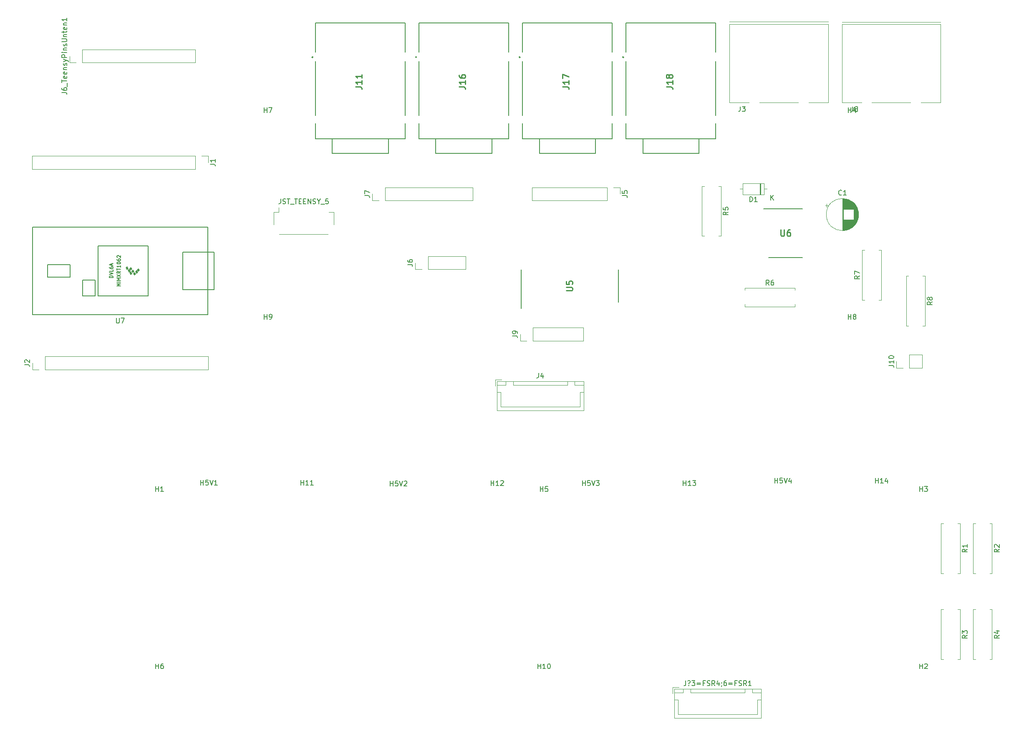
<source format=gbr>
%TF.GenerationSoftware,KiCad,Pcbnew,(6.0.4)*%
%TF.CreationDate,2022-07-25T16:23:06+02:00*%
%TF.ProjectId,MHS_Mobile_Hardware_Sampler_V3,4d48535f-4d6f-4626-996c-655f48617264,rev?*%
%TF.SameCoordinates,Original*%
%TF.FileFunction,Legend,Top*%
%TF.FilePolarity,Positive*%
%FSLAX46Y46*%
G04 Gerber Fmt 4.6, Leading zero omitted, Abs format (unit mm)*
G04 Created by KiCad (PCBNEW (6.0.4)) date 2022-07-25 16:23:06*
%MOMM*%
%LPD*%
G01*
G04 APERTURE LIST*
%ADD10C,0.150000*%
%ADD11C,0.254000*%
%ADD12C,0.100000*%
%ADD13C,0.120000*%
%ADD14C,0.200000*%
G04 APERTURE END LIST*
D10*
%TO.C,H13*%
X149761904Y-112242380D02*
X149761904Y-111242380D01*
X149761904Y-111718571D02*
X150333333Y-111718571D01*
X150333333Y-112242380D02*
X150333333Y-111242380D01*
X151333333Y-112242380D02*
X150761904Y-112242380D01*
X151047619Y-112242380D02*
X151047619Y-111242380D01*
X150952380Y-111385238D01*
X150857142Y-111480476D01*
X150761904Y-111528095D01*
X151666666Y-111242380D02*
X152285714Y-111242380D01*
X151952380Y-111623333D01*
X152095238Y-111623333D01*
X152190476Y-111670952D01*
X152238095Y-111718571D01*
X152285714Y-111813809D01*
X152285714Y-112051904D01*
X152238095Y-112147142D01*
X152190476Y-112194761D01*
X152095238Y-112242380D01*
X151809523Y-112242380D01*
X151714285Y-112194761D01*
X151666666Y-112147142D01*
%TO.C,H14*%
X188761904Y-111742380D02*
X188761904Y-110742380D01*
X188761904Y-111218571D02*
X189333333Y-111218571D01*
X189333333Y-111742380D02*
X189333333Y-110742380D01*
X190333333Y-111742380D02*
X189761904Y-111742380D01*
X190047619Y-111742380D02*
X190047619Y-110742380D01*
X189952380Y-110885238D01*
X189857142Y-110980476D01*
X189761904Y-111028095D01*
X191190476Y-111075714D02*
X191190476Y-111742380D01*
X190952380Y-110694761D02*
X190714285Y-111409047D01*
X191333333Y-111409047D01*
%TO.C,U7*%
X34748095Y-78232380D02*
X34748095Y-79041904D01*
X34795714Y-79137142D01*
X34843333Y-79184761D01*
X34938571Y-79232380D01*
X35129047Y-79232380D01*
X35224285Y-79184761D01*
X35271904Y-79137142D01*
X35319523Y-79041904D01*
X35319523Y-78232380D01*
X35700476Y-78232380D02*
X36367142Y-78232380D01*
X35938571Y-79232380D01*
X35572666Y-71703333D02*
X34872666Y-71703333D01*
X35372666Y-71470000D01*
X34872666Y-71236666D01*
X35572666Y-71236666D01*
X35572666Y-70903333D02*
X34872666Y-70903333D01*
X35572666Y-70570000D02*
X34872666Y-70570000D01*
X35372666Y-70336666D01*
X34872666Y-70103333D01*
X35572666Y-70103333D01*
X34872666Y-69836666D02*
X35572666Y-69370000D01*
X34872666Y-69370000D02*
X35572666Y-69836666D01*
X35572666Y-68703333D02*
X35239333Y-68936666D01*
X35572666Y-69103333D02*
X34872666Y-69103333D01*
X34872666Y-68836666D01*
X34906000Y-68770000D01*
X34939333Y-68736666D01*
X35006000Y-68703333D01*
X35106000Y-68703333D01*
X35172666Y-68736666D01*
X35206000Y-68770000D01*
X35239333Y-68836666D01*
X35239333Y-69103333D01*
X34872666Y-68503333D02*
X34872666Y-68103333D01*
X35572666Y-68303333D02*
X34872666Y-68303333D01*
X35572666Y-67503333D02*
X35572666Y-67903333D01*
X35572666Y-67703333D02*
X34872666Y-67703333D01*
X34972666Y-67770000D01*
X35039333Y-67836666D01*
X35072666Y-67903333D01*
X34872666Y-67070000D02*
X34872666Y-67003333D01*
X34906000Y-66936666D01*
X34939333Y-66903333D01*
X35006000Y-66870000D01*
X35139333Y-66836666D01*
X35306000Y-66836666D01*
X35439333Y-66870000D01*
X35506000Y-66903333D01*
X35539333Y-66936666D01*
X35572666Y-67003333D01*
X35572666Y-67070000D01*
X35539333Y-67136666D01*
X35506000Y-67170000D01*
X35439333Y-67203333D01*
X35306000Y-67236666D01*
X35139333Y-67236666D01*
X35006000Y-67203333D01*
X34939333Y-67170000D01*
X34906000Y-67136666D01*
X34872666Y-67070000D01*
X34872666Y-66236666D02*
X34872666Y-66370000D01*
X34906000Y-66436666D01*
X34939333Y-66470000D01*
X35039333Y-66536666D01*
X35172666Y-66570000D01*
X35439333Y-66570000D01*
X35506000Y-66536666D01*
X35539333Y-66503333D01*
X35572666Y-66436666D01*
X35572666Y-66303333D01*
X35539333Y-66236666D01*
X35506000Y-66203333D01*
X35439333Y-66170000D01*
X35272666Y-66170000D01*
X35206000Y-66203333D01*
X35172666Y-66236666D01*
X35139333Y-66303333D01*
X35139333Y-66436666D01*
X35172666Y-66503333D01*
X35206000Y-66536666D01*
X35272666Y-66570000D01*
X34939333Y-65903333D02*
X34906000Y-65870000D01*
X34872666Y-65803333D01*
X34872666Y-65636666D01*
X34906000Y-65570000D01*
X34939333Y-65536666D01*
X35006000Y-65503333D01*
X35072666Y-65503333D01*
X35172666Y-65536666D01*
X35572666Y-65936666D01*
X35572666Y-65503333D01*
X34048666Y-70020000D02*
X33348666Y-70020000D01*
X33348666Y-69853333D01*
X33382000Y-69753333D01*
X33448666Y-69686666D01*
X33515333Y-69653333D01*
X33648666Y-69620000D01*
X33748666Y-69620000D01*
X33882000Y-69653333D01*
X33948666Y-69686666D01*
X34015333Y-69753333D01*
X34048666Y-69853333D01*
X34048666Y-70020000D01*
X33348666Y-69420000D02*
X34048666Y-69186666D01*
X33348666Y-68953333D01*
X34048666Y-68386666D02*
X34048666Y-68720000D01*
X33348666Y-68720000D01*
X33348666Y-67853333D02*
X33348666Y-67986666D01*
X33382000Y-68053333D01*
X33415333Y-68086666D01*
X33515333Y-68153333D01*
X33648666Y-68186666D01*
X33915333Y-68186666D01*
X33982000Y-68153333D01*
X34015333Y-68120000D01*
X34048666Y-68053333D01*
X34048666Y-67920000D01*
X34015333Y-67853333D01*
X33982000Y-67820000D01*
X33915333Y-67786666D01*
X33748666Y-67786666D01*
X33682000Y-67820000D01*
X33648666Y-67853333D01*
X33615333Y-67920000D01*
X33615333Y-68053333D01*
X33648666Y-68120000D01*
X33682000Y-68153333D01*
X33748666Y-68186666D01*
X33848666Y-67520000D02*
X33848666Y-67186666D01*
X34048666Y-67586666D02*
X33348666Y-67353333D01*
X34048666Y-67120000D01*
%TO.C,H5V1*%
X51833333Y-112142380D02*
X51833333Y-111142380D01*
X51833333Y-111618571D02*
X52404761Y-111618571D01*
X52404761Y-112142380D02*
X52404761Y-111142380D01*
X53357142Y-111142380D02*
X52880952Y-111142380D01*
X52833333Y-111618571D01*
X52880952Y-111570952D01*
X52976190Y-111523333D01*
X53214285Y-111523333D01*
X53309523Y-111570952D01*
X53357142Y-111618571D01*
X53404761Y-111713809D01*
X53404761Y-111951904D01*
X53357142Y-112047142D01*
X53309523Y-112094761D01*
X53214285Y-112142380D01*
X52976190Y-112142380D01*
X52880952Y-112094761D01*
X52833333Y-112047142D01*
X53690476Y-111142380D02*
X54023809Y-112142380D01*
X54357142Y-111142380D01*
X55214285Y-112142380D02*
X54642857Y-112142380D01*
X54928571Y-112142380D02*
X54928571Y-111142380D01*
X54833333Y-111285238D01*
X54738095Y-111380476D01*
X54642857Y-111428095D01*
%TO.C,J6_TeensyPinsUnten1*%
X23697380Y-32404761D02*
X24411666Y-32404761D01*
X24554523Y-32452380D01*
X24649761Y-32547619D01*
X24697380Y-32690476D01*
X24697380Y-32785714D01*
X23697380Y-31500000D02*
X23697380Y-31690476D01*
X23745000Y-31785714D01*
X23792619Y-31833333D01*
X23935476Y-31928571D01*
X24125952Y-31976190D01*
X24506904Y-31976190D01*
X24602142Y-31928571D01*
X24649761Y-31880952D01*
X24697380Y-31785714D01*
X24697380Y-31595238D01*
X24649761Y-31500000D01*
X24602142Y-31452380D01*
X24506904Y-31404761D01*
X24268809Y-31404761D01*
X24173571Y-31452380D01*
X24125952Y-31500000D01*
X24078333Y-31595238D01*
X24078333Y-31785714D01*
X24125952Y-31880952D01*
X24173571Y-31928571D01*
X24268809Y-31976190D01*
X24792619Y-31214285D02*
X24792619Y-30452380D01*
X23697380Y-30357142D02*
X23697380Y-29785714D01*
X24697380Y-30071428D02*
X23697380Y-30071428D01*
X24649761Y-29071428D02*
X24697380Y-29166666D01*
X24697380Y-29357142D01*
X24649761Y-29452380D01*
X24554523Y-29500000D01*
X24173571Y-29500000D01*
X24078333Y-29452380D01*
X24030714Y-29357142D01*
X24030714Y-29166666D01*
X24078333Y-29071428D01*
X24173571Y-29023809D01*
X24268809Y-29023809D01*
X24364047Y-29500000D01*
X24649761Y-28214285D02*
X24697380Y-28309523D01*
X24697380Y-28500000D01*
X24649761Y-28595238D01*
X24554523Y-28642857D01*
X24173571Y-28642857D01*
X24078333Y-28595238D01*
X24030714Y-28500000D01*
X24030714Y-28309523D01*
X24078333Y-28214285D01*
X24173571Y-28166666D01*
X24268809Y-28166666D01*
X24364047Y-28642857D01*
X24030714Y-27738095D02*
X24697380Y-27738095D01*
X24125952Y-27738095D02*
X24078333Y-27690476D01*
X24030714Y-27595238D01*
X24030714Y-27452380D01*
X24078333Y-27357142D01*
X24173571Y-27309523D01*
X24697380Y-27309523D01*
X24649761Y-26880952D02*
X24697380Y-26785714D01*
X24697380Y-26595238D01*
X24649761Y-26500000D01*
X24554523Y-26452380D01*
X24506904Y-26452380D01*
X24411666Y-26500000D01*
X24364047Y-26595238D01*
X24364047Y-26738095D01*
X24316428Y-26833333D01*
X24221190Y-26880952D01*
X24173571Y-26880952D01*
X24078333Y-26833333D01*
X24030714Y-26738095D01*
X24030714Y-26595238D01*
X24078333Y-26500000D01*
X24030714Y-26119047D02*
X24697380Y-25880952D01*
X24030714Y-25642857D02*
X24697380Y-25880952D01*
X24935476Y-25976190D01*
X24983095Y-26023809D01*
X25030714Y-26119047D01*
X24697380Y-25261904D02*
X23697380Y-25261904D01*
X23697380Y-24880952D01*
X23745000Y-24785714D01*
X23792619Y-24738095D01*
X23887857Y-24690476D01*
X24030714Y-24690476D01*
X24125952Y-24738095D01*
X24173571Y-24785714D01*
X24221190Y-24880952D01*
X24221190Y-25261904D01*
X24697380Y-24261904D02*
X24030714Y-24261904D01*
X23697380Y-24261904D02*
X23745000Y-24309523D01*
X23792619Y-24261904D01*
X23745000Y-24214285D01*
X23697380Y-24261904D01*
X23792619Y-24261904D01*
X24030714Y-23785714D02*
X24697380Y-23785714D01*
X24125952Y-23785714D02*
X24078333Y-23738095D01*
X24030714Y-23642857D01*
X24030714Y-23500000D01*
X24078333Y-23404761D01*
X24173571Y-23357142D01*
X24697380Y-23357142D01*
X24649761Y-22928571D02*
X24697380Y-22833333D01*
X24697380Y-22642857D01*
X24649761Y-22547619D01*
X24554523Y-22500000D01*
X24506904Y-22500000D01*
X24411666Y-22547619D01*
X24364047Y-22642857D01*
X24364047Y-22785714D01*
X24316428Y-22880952D01*
X24221190Y-22928571D01*
X24173571Y-22928571D01*
X24078333Y-22880952D01*
X24030714Y-22785714D01*
X24030714Y-22642857D01*
X24078333Y-22547619D01*
X23697380Y-22071428D02*
X24506904Y-22071428D01*
X24602142Y-22023809D01*
X24649761Y-21976190D01*
X24697380Y-21880952D01*
X24697380Y-21690476D01*
X24649761Y-21595238D01*
X24602142Y-21547619D01*
X24506904Y-21500000D01*
X23697380Y-21500000D01*
X24030714Y-21023809D02*
X24697380Y-21023809D01*
X24125952Y-21023809D02*
X24078333Y-20976190D01*
X24030714Y-20880952D01*
X24030714Y-20738095D01*
X24078333Y-20642857D01*
X24173571Y-20595238D01*
X24697380Y-20595238D01*
X24030714Y-20261904D02*
X24030714Y-19880952D01*
X23697380Y-20119047D02*
X24554523Y-20119047D01*
X24649761Y-20071428D01*
X24697380Y-19976190D01*
X24697380Y-19880952D01*
X24649761Y-19166666D02*
X24697380Y-19261904D01*
X24697380Y-19452380D01*
X24649761Y-19547619D01*
X24554523Y-19595238D01*
X24173571Y-19595238D01*
X24078333Y-19547619D01*
X24030714Y-19452380D01*
X24030714Y-19261904D01*
X24078333Y-19166666D01*
X24173571Y-19119047D01*
X24268809Y-19119047D01*
X24364047Y-19595238D01*
X24030714Y-18690476D02*
X24697380Y-18690476D01*
X24125952Y-18690476D02*
X24078333Y-18642857D01*
X24030714Y-18547619D01*
X24030714Y-18404761D01*
X24078333Y-18309523D01*
X24173571Y-18261904D01*
X24697380Y-18261904D01*
X24697380Y-17261904D02*
X24697380Y-17833333D01*
X24697380Y-17547619D02*
X23697380Y-17547619D01*
X23840238Y-17642857D01*
X23935476Y-17738095D01*
X23983095Y-17833333D01*
%TO.C,R4*%
X213872380Y-142666666D02*
X213396190Y-143000000D01*
X213872380Y-143238095D02*
X212872380Y-143238095D01*
X212872380Y-142857142D01*
X212920000Y-142761904D01*
X212967619Y-142714285D01*
X213062857Y-142666666D01*
X213205714Y-142666666D01*
X213300952Y-142714285D01*
X213348571Y-142761904D01*
X213396190Y-142857142D01*
X213396190Y-143238095D01*
X213205714Y-141809523D02*
X213872380Y-141809523D01*
X212824761Y-142047619D02*
X213539047Y-142285714D01*
X213539047Y-141666666D01*
%TO.C,H3*%
X197738095Y-113452380D02*
X197738095Y-112452380D01*
X197738095Y-112928571D02*
X198309523Y-112928571D01*
X198309523Y-113452380D02*
X198309523Y-112452380D01*
X198690476Y-112452380D02*
X199309523Y-112452380D01*
X198976190Y-112833333D01*
X199119047Y-112833333D01*
X199214285Y-112880952D01*
X199261904Y-112928571D01*
X199309523Y-113023809D01*
X199309523Y-113261904D01*
X199261904Y-113357142D01*
X199214285Y-113404761D01*
X199119047Y-113452380D01*
X198833333Y-113452380D01*
X198738095Y-113404761D01*
X198690476Y-113357142D01*
D11*
%TO.C,U6*%
X169532380Y-60294523D02*
X169532380Y-61322619D01*
X169592857Y-61443571D01*
X169653333Y-61504047D01*
X169774285Y-61564523D01*
X170016190Y-61564523D01*
X170137142Y-61504047D01*
X170197619Y-61443571D01*
X170258095Y-61322619D01*
X170258095Y-60294523D01*
X171407142Y-60294523D02*
X171165238Y-60294523D01*
X171044285Y-60355000D01*
X170983809Y-60415476D01*
X170862857Y-60596904D01*
X170802380Y-60838809D01*
X170802380Y-61322619D01*
X170862857Y-61443571D01*
X170923333Y-61504047D01*
X171044285Y-61564523D01*
X171286190Y-61564523D01*
X171407142Y-61504047D01*
X171467619Y-61443571D01*
X171528095Y-61322619D01*
X171528095Y-61020238D01*
X171467619Y-60899285D01*
X171407142Y-60838809D01*
X171286190Y-60778333D01*
X171044285Y-60778333D01*
X170923333Y-60838809D01*
X170862857Y-60899285D01*
X170802380Y-61020238D01*
D10*
%TO.C,J9*%
X115122380Y-81833333D02*
X115836666Y-81833333D01*
X115979523Y-81880952D01*
X116074761Y-81976190D01*
X116122380Y-82119047D01*
X116122380Y-82214285D01*
X116122380Y-81309523D02*
X116122380Y-81119047D01*
X116074761Y-81023809D01*
X116027142Y-80976190D01*
X115884285Y-80880952D01*
X115693809Y-80833333D01*
X115312857Y-80833333D01*
X115217619Y-80880952D01*
X115170000Y-80928571D01*
X115122380Y-81023809D01*
X115122380Y-81214285D01*
X115170000Y-81309523D01*
X115217619Y-81357142D01*
X115312857Y-81404761D01*
X115550952Y-81404761D01*
X115646190Y-81357142D01*
X115693809Y-81309523D01*
X115741428Y-81214285D01*
X115741428Y-81023809D01*
X115693809Y-80928571D01*
X115646190Y-80880952D01*
X115550952Y-80833333D01*
%TO.C,H6*%
X42738095Y-149452380D02*
X42738095Y-148452380D01*
X42738095Y-148928571D02*
X43309523Y-148928571D01*
X43309523Y-149452380D02*
X43309523Y-148452380D01*
X44214285Y-148452380D02*
X44023809Y-148452380D01*
X43928571Y-148500000D01*
X43880952Y-148547619D01*
X43785714Y-148690476D01*
X43738095Y-148880952D01*
X43738095Y-149261904D01*
X43785714Y-149357142D01*
X43833333Y-149404761D01*
X43928571Y-149452380D01*
X44119047Y-149452380D01*
X44214285Y-149404761D01*
X44261904Y-149357142D01*
X44309523Y-149261904D01*
X44309523Y-149023809D01*
X44261904Y-148928571D01*
X44214285Y-148880952D01*
X44119047Y-148833333D01*
X43928571Y-148833333D01*
X43833333Y-148880952D01*
X43785714Y-148928571D01*
X43738095Y-149023809D01*
%TO.C,H2*%
X197738095Y-149452380D02*
X197738095Y-148452380D01*
X197738095Y-148928571D02*
X198309523Y-148928571D01*
X198309523Y-149452380D02*
X198309523Y-148452380D01*
X198738095Y-148547619D02*
X198785714Y-148500000D01*
X198880952Y-148452380D01*
X199119047Y-148452380D01*
X199214285Y-148500000D01*
X199261904Y-148547619D01*
X199309523Y-148642857D01*
X199309523Y-148738095D01*
X199261904Y-148880952D01*
X198690476Y-149452380D01*
X199309523Y-149452380D01*
%TO.C,J4*%
X120416666Y-89402380D02*
X120416666Y-90116666D01*
X120369047Y-90259523D01*
X120273809Y-90354761D01*
X120130952Y-90402380D01*
X120035714Y-90402380D01*
X121321428Y-89735714D02*
X121321428Y-90402380D01*
X121083333Y-89354761D02*
X120845238Y-90069047D01*
X121464285Y-90069047D01*
%TO.C,H12*%
X110761904Y-112242380D02*
X110761904Y-111242380D01*
X110761904Y-111718571D02*
X111333333Y-111718571D01*
X111333333Y-112242380D02*
X111333333Y-111242380D01*
X112333333Y-112242380D02*
X111761904Y-112242380D01*
X112047619Y-112242380D02*
X112047619Y-111242380D01*
X111952380Y-111385238D01*
X111857142Y-111480476D01*
X111761904Y-111528095D01*
X112714285Y-111337619D02*
X112761904Y-111290000D01*
X112857142Y-111242380D01*
X113095238Y-111242380D01*
X113190476Y-111290000D01*
X113238095Y-111337619D01*
X113285714Y-111432857D01*
X113285714Y-111528095D01*
X113238095Y-111670952D01*
X112666666Y-112242380D01*
X113285714Y-112242380D01*
%TO.C,H5V3*%
X129333333Y-112242380D02*
X129333333Y-111242380D01*
X129333333Y-111718571D02*
X129904761Y-111718571D01*
X129904761Y-112242380D02*
X129904761Y-111242380D01*
X130857142Y-111242380D02*
X130380952Y-111242380D01*
X130333333Y-111718571D01*
X130380952Y-111670952D01*
X130476190Y-111623333D01*
X130714285Y-111623333D01*
X130809523Y-111670952D01*
X130857142Y-111718571D01*
X130904761Y-111813809D01*
X130904761Y-112051904D01*
X130857142Y-112147142D01*
X130809523Y-112194761D01*
X130714285Y-112242380D01*
X130476190Y-112242380D01*
X130380952Y-112194761D01*
X130333333Y-112147142D01*
X131190476Y-111242380D02*
X131523809Y-112242380D01*
X131857142Y-111242380D01*
X132095238Y-111242380D02*
X132714285Y-111242380D01*
X132380952Y-111623333D01*
X132523809Y-111623333D01*
X132619047Y-111670952D01*
X132666666Y-111718571D01*
X132714285Y-111813809D01*
X132714285Y-112051904D01*
X132666666Y-112147142D01*
X132619047Y-112194761D01*
X132523809Y-112242380D01*
X132238095Y-112242380D01*
X132142857Y-112194761D01*
X132095238Y-112147142D01*
%TO.C,J5*%
X137407380Y-53333333D02*
X138121666Y-53333333D01*
X138264523Y-53380952D01*
X138359761Y-53476190D01*
X138407380Y-53619047D01*
X138407380Y-53714285D01*
X137407380Y-52380952D02*
X137407380Y-52857142D01*
X137883571Y-52904761D01*
X137835952Y-52857142D01*
X137788333Y-52761904D01*
X137788333Y-52523809D01*
X137835952Y-52428571D01*
X137883571Y-52380952D01*
X137978809Y-52333333D01*
X138216904Y-52333333D01*
X138312142Y-52380952D01*
X138359761Y-52428571D01*
X138407380Y-52523809D01*
X138407380Y-52761904D01*
X138359761Y-52857142D01*
X138312142Y-52904761D01*
%TO.C,H11*%
X72161904Y-112142380D02*
X72161904Y-111142380D01*
X72161904Y-111618571D02*
X72733333Y-111618571D01*
X72733333Y-112142380D02*
X72733333Y-111142380D01*
X73733333Y-112142380D02*
X73161904Y-112142380D01*
X73447619Y-112142380D02*
X73447619Y-111142380D01*
X73352380Y-111285238D01*
X73257142Y-111380476D01*
X73161904Y-111428095D01*
X74685714Y-112142380D02*
X74114285Y-112142380D01*
X74400000Y-112142380D02*
X74400000Y-111142380D01*
X74304761Y-111285238D01*
X74209523Y-111380476D01*
X74114285Y-111428095D01*
%TO.C,JST_TEENSY_5*%
X68083333Y-54002380D02*
X68083333Y-54716666D01*
X68035714Y-54859523D01*
X67940476Y-54954761D01*
X67797619Y-55002380D01*
X67702380Y-55002380D01*
X68511904Y-54954761D02*
X68654761Y-55002380D01*
X68892857Y-55002380D01*
X68988095Y-54954761D01*
X69035714Y-54907142D01*
X69083333Y-54811904D01*
X69083333Y-54716666D01*
X69035714Y-54621428D01*
X68988095Y-54573809D01*
X68892857Y-54526190D01*
X68702380Y-54478571D01*
X68607142Y-54430952D01*
X68559523Y-54383333D01*
X68511904Y-54288095D01*
X68511904Y-54192857D01*
X68559523Y-54097619D01*
X68607142Y-54050000D01*
X68702380Y-54002380D01*
X68940476Y-54002380D01*
X69083333Y-54050000D01*
X69369047Y-54002380D02*
X69940476Y-54002380D01*
X69654761Y-55002380D02*
X69654761Y-54002380D01*
X70035714Y-55097619D02*
X70797619Y-55097619D01*
X70892857Y-54002380D02*
X71464285Y-54002380D01*
X71178571Y-55002380D02*
X71178571Y-54002380D01*
X71797619Y-54478571D02*
X72130952Y-54478571D01*
X72273809Y-55002380D02*
X71797619Y-55002380D01*
X71797619Y-54002380D01*
X72273809Y-54002380D01*
X72702380Y-54478571D02*
X73035714Y-54478571D01*
X73178571Y-55002380D02*
X72702380Y-55002380D01*
X72702380Y-54002380D01*
X73178571Y-54002380D01*
X73607142Y-55002380D02*
X73607142Y-54002380D01*
X74178571Y-55002380D01*
X74178571Y-54002380D01*
X74607142Y-54954761D02*
X74750000Y-55002380D01*
X74988095Y-55002380D01*
X75083333Y-54954761D01*
X75130952Y-54907142D01*
X75178571Y-54811904D01*
X75178571Y-54716666D01*
X75130952Y-54621428D01*
X75083333Y-54573809D01*
X74988095Y-54526190D01*
X74797619Y-54478571D01*
X74702380Y-54430952D01*
X74654761Y-54383333D01*
X74607142Y-54288095D01*
X74607142Y-54192857D01*
X74654761Y-54097619D01*
X74702380Y-54050000D01*
X74797619Y-54002380D01*
X75035714Y-54002380D01*
X75178571Y-54050000D01*
X75797619Y-54526190D02*
X75797619Y-55002380D01*
X75464285Y-54002380D02*
X75797619Y-54526190D01*
X76130952Y-54002380D01*
X76226190Y-55097619D02*
X76988095Y-55097619D01*
X77702380Y-54002380D02*
X77226190Y-54002380D01*
X77178571Y-54478571D01*
X77226190Y-54430952D01*
X77321428Y-54383333D01*
X77559523Y-54383333D01*
X77654761Y-54430952D01*
X77702380Y-54478571D01*
X77750000Y-54573809D01*
X77750000Y-54811904D01*
X77702380Y-54907142D01*
X77654761Y-54954761D01*
X77559523Y-55002380D01*
X77321428Y-55002380D01*
X77226190Y-54954761D01*
X77178571Y-54907142D01*
%TO.C,J10*%
X191462380Y-87819523D02*
X192176666Y-87819523D01*
X192319523Y-87867142D01*
X192414761Y-87962380D01*
X192462380Y-88105238D01*
X192462380Y-88200476D01*
X192462380Y-86819523D02*
X192462380Y-87390952D01*
X192462380Y-87105238D02*
X191462380Y-87105238D01*
X191605238Y-87200476D01*
X191700476Y-87295714D01*
X191748095Y-87390952D01*
X191462380Y-86200476D02*
X191462380Y-86105238D01*
X191510000Y-86010000D01*
X191557619Y-85962380D01*
X191652857Y-85914761D01*
X191843333Y-85867142D01*
X192081428Y-85867142D01*
X192271904Y-85914761D01*
X192367142Y-85962380D01*
X192414761Y-86010000D01*
X192462380Y-86105238D01*
X192462380Y-86200476D01*
X192414761Y-86295714D01*
X192367142Y-86343333D01*
X192271904Y-86390952D01*
X192081428Y-86438571D01*
X191843333Y-86438571D01*
X191652857Y-86390952D01*
X191557619Y-86343333D01*
X191510000Y-86295714D01*
X191462380Y-86200476D01*
%TO.C,R1*%
X207372380Y-125166666D02*
X206896190Y-125500000D01*
X207372380Y-125738095D02*
X206372380Y-125738095D01*
X206372380Y-125357142D01*
X206420000Y-125261904D01*
X206467619Y-125214285D01*
X206562857Y-125166666D01*
X206705714Y-125166666D01*
X206800952Y-125214285D01*
X206848571Y-125261904D01*
X206896190Y-125357142D01*
X206896190Y-125738095D01*
X207372380Y-124214285D02*
X207372380Y-124785714D01*
X207372380Y-124500000D02*
X206372380Y-124500000D01*
X206515238Y-124595238D01*
X206610476Y-124690476D01*
X206658095Y-124785714D01*
%TO.C,H1*%
X42738095Y-113452380D02*
X42738095Y-112452380D01*
X42738095Y-112928571D02*
X43309523Y-112928571D01*
X43309523Y-113452380D02*
X43309523Y-112452380D01*
X44309523Y-113452380D02*
X43738095Y-113452380D01*
X44023809Y-113452380D02*
X44023809Y-112452380D01*
X43928571Y-112595238D01*
X43833333Y-112690476D01*
X43738095Y-112738095D01*
%TO.C,J1*%
X53792380Y-46953333D02*
X54506666Y-46953333D01*
X54649523Y-47000952D01*
X54744761Y-47096190D01*
X54792380Y-47239047D01*
X54792380Y-47334285D01*
X54792380Y-45953333D02*
X54792380Y-46524761D01*
X54792380Y-46239047D02*
X53792380Y-46239047D01*
X53935238Y-46334285D01*
X54030476Y-46429523D01*
X54078095Y-46524761D01*
%TO.C,J8*%
X184136666Y-35269880D02*
X184136666Y-35984166D01*
X184089047Y-36127023D01*
X183993809Y-36222261D01*
X183850952Y-36269880D01*
X183755714Y-36269880D01*
X184755714Y-35698452D02*
X184660476Y-35650833D01*
X184612857Y-35603214D01*
X184565238Y-35507976D01*
X184565238Y-35460357D01*
X184612857Y-35365119D01*
X184660476Y-35317500D01*
X184755714Y-35269880D01*
X184946190Y-35269880D01*
X185041428Y-35317500D01*
X185089047Y-35365119D01*
X185136666Y-35460357D01*
X185136666Y-35507976D01*
X185089047Y-35603214D01*
X185041428Y-35650833D01*
X184946190Y-35698452D01*
X184755714Y-35698452D01*
X184660476Y-35746071D01*
X184612857Y-35793690D01*
X184565238Y-35888928D01*
X184565238Y-36079404D01*
X184612857Y-36174642D01*
X184660476Y-36222261D01*
X184755714Y-36269880D01*
X184946190Y-36269880D01*
X185041428Y-36222261D01*
X185089047Y-36174642D01*
X185136666Y-36079404D01*
X185136666Y-35888928D01*
X185089047Y-35793690D01*
X185041428Y-35746071D01*
X184946190Y-35698452D01*
%TO.C,J?3=FSR4;6=FSR1*%
X150273809Y-151902380D02*
X150273809Y-152616666D01*
X150226190Y-152759523D01*
X150130952Y-152854761D01*
X149988095Y-152902380D01*
X149892857Y-152902380D01*
X150892857Y-152807142D02*
X150940476Y-152854761D01*
X150892857Y-152902380D01*
X150845238Y-152854761D01*
X150892857Y-152807142D01*
X150892857Y-152902380D01*
X150702380Y-151950000D02*
X150797619Y-151902380D01*
X151035714Y-151902380D01*
X151130952Y-151950000D01*
X151178571Y-152045238D01*
X151178571Y-152140476D01*
X151130952Y-152235714D01*
X151083333Y-152283333D01*
X150988095Y-152330952D01*
X150940476Y-152378571D01*
X150892857Y-152473809D01*
X150892857Y-152521428D01*
X151511904Y-151902380D02*
X152130952Y-151902380D01*
X151797619Y-152283333D01*
X151940476Y-152283333D01*
X152035714Y-152330952D01*
X152083333Y-152378571D01*
X152130952Y-152473809D01*
X152130952Y-152711904D01*
X152083333Y-152807142D01*
X152035714Y-152854761D01*
X151940476Y-152902380D01*
X151654761Y-152902380D01*
X151559523Y-152854761D01*
X151511904Y-152807142D01*
X152559523Y-152378571D02*
X153321428Y-152378571D01*
X153321428Y-152664285D02*
X152559523Y-152664285D01*
X154130952Y-152378571D02*
X153797619Y-152378571D01*
X153797619Y-152902380D02*
X153797619Y-151902380D01*
X154273809Y-151902380D01*
X154607142Y-152854761D02*
X154750000Y-152902380D01*
X154988095Y-152902380D01*
X155083333Y-152854761D01*
X155130952Y-152807142D01*
X155178571Y-152711904D01*
X155178571Y-152616666D01*
X155130952Y-152521428D01*
X155083333Y-152473809D01*
X154988095Y-152426190D01*
X154797619Y-152378571D01*
X154702380Y-152330952D01*
X154654761Y-152283333D01*
X154607142Y-152188095D01*
X154607142Y-152092857D01*
X154654761Y-151997619D01*
X154702380Y-151950000D01*
X154797619Y-151902380D01*
X155035714Y-151902380D01*
X155178571Y-151950000D01*
X156178571Y-152902380D02*
X155845238Y-152426190D01*
X155607142Y-152902380D02*
X155607142Y-151902380D01*
X155988095Y-151902380D01*
X156083333Y-151950000D01*
X156130952Y-151997619D01*
X156178571Y-152092857D01*
X156178571Y-152235714D01*
X156130952Y-152330952D01*
X156083333Y-152378571D01*
X155988095Y-152426190D01*
X155607142Y-152426190D01*
X157035714Y-152235714D02*
X157035714Y-152902380D01*
X156797619Y-151854761D02*
X156559523Y-152569047D01*
X157178571Y-152569047D01*
X157607142Y-152854761D02*
X157607142Y-152902380D01*
X157559523Y-152997619D01*
X157511904Y-153045238D01*
X157559523Y-152283333D02*
X157607142Y-152330952D01*
X157559523Y-152378571D01*
X157511904Y-152330952D01*
X157559523Y-152283333D01*
X157559523Y-152378571D01*
X158464285Y-151902380D02*
X158273809Y-151902380D01*
X158178571Y-151950000D01*
X158130952Y-151997619D01*
X158035714Y-152140476D01*
X157988095Y-152330952D01*
X157988095Y-152711904D01*
X158035714Y-152807142D01*
X158083333Y-152854761D01*
X158178571Y-152902380D01*
X158369047Y-152902380D01*
X158464285Y-152854761D01*
X158511904Y-152807142D01*
X158559523Y-152711904D01*
X158559523Y-152473809D01*
X158511904Y-152378571D01*
X158464285Y-152330952D01*
X158369047Y-152283333D01*
X158178571Y-152283333D01*
X158083333Y-152330952D01*
X158035714Y-152378571D01*
X157988095Y-152473809D01*
X158988095Y-152378571D02*
X159750000Y-152378571D01*
X159750000Y-152664285D02*
X158988095Y-152664285D01*
X160559523Y-152378571D02*
X160226190Y-152378571D01*
X160226190Y-152902380D02*
X160226190Y-151902380D01*
X160702380Y-151902380D01*
X161035714Y-152854761D02*
X161178571Y-152902380D01*
X161416666Y-152902380D01*
X161511904Y-152854761D01*
X161559523Y-152807142D01*
X161607142Y-152711904D01*
X161607142Y-152616666D01*
X161559523Y-152521428D01*
X161511904Y-152473809D01*
X161416666Y-152426190D01*
X161226190Y-152378571D01*
X161130952Y-152330952D01*
X161083333Y-152283333D01*
X161035714Y-152188095D01*
X161035714Y-152092857D01*
X161083333Y-151997619D01*
X161130952Y-151950000D01*
X161226190Y-151902380D01*
X161464285Y-151902380D01*
X161607142Y-151950000D01*
X162607142Y-152902380D02*
X162273809Y-152426190D01*
X162035714Y-152902380D02*
X162035714Y-151902380D01*
X162416666Y-151902380D01*
X162511904Y-151950000D01*
X162559523Y-151997619D01*
X162607142Y-152092857D01*
X162607142Y-152235714D01*
X162559523Y-152330952D01*
X162511904Y-152378571D01*
X162416666Y-152426190D01*
X162035714Y-152426190D01*
X163559523Y-152902380D02*
X162988095Y-152902380D01*
X163273809Y-152902380D02*
X163273809Y-151902380D01*
X163178571Y-152045238D01*
X163083333Y-152140476D01*
X162988095Y-152188095D01*
D11*
%TO.C,J17*%
X125303193Y-31214095D02*
X126210336Y-31214095D01*
X126391765Y-31274571D01*
X126512717Y-31395523D01*
X126573193Y-31576952D01*
X126573193Y-31697904D01*
X126573193Y-29944095D02*
X126573193Y-30669809D01*
X126573193Y-30306952D02*
X125303193Y-30306952D01*
X125484622Y-30427904D01*
X125605574Y-30548857D01*
X125666050Y-30669809D01*
X125303193Y-29520761D02*
X125303193Y-28674095D01*
X126573193Y-29218380D01*
D10*
%TO.C,R8*%
X200292380Y-74926666D02*
X199816190Y-75260000D01*
X200292380Y-75498095D02*
X199292380Y-75498095D01*
X199292380Y-75117142D01*
X199340000Y-75021904D01*
X199387619Y-74974285D01*
X199482857Y-74926666D01*
X199625714Y-74926666D01*
X199720952Y-74974285D01*
X199768571Y-75021904D01*
X199816190Y-75117142D01*
X199816190Y-75498095D01*
X199720952Y-74355238D02*
X199673333Y-74450476D01*
X199625714Y-74498095D01*
X199530476Y-74545714D01*
X199482857Y-74545714D01*
X199387619Y-74498095D01*
X199340000Y-74450476D01*
X199292380Y-74355238D01*
X199292380Y-74164761D01*
X199340000Y-74069523D01*
X199387619Y-74021904D01*
X199482857Y-73974285D01*
X199530476Y-73974285D01*
X199625714Y-74021904D01*
X199673333Y-74069523D01*
X199720952Y-74164761D01*
X199720952Y-74355238D01*
X199768571Y-74450476D01*
X199816190Y-74498095D01*
X199911428Y-74545714D01*
X200101904Y-74545714D01*
X200197142Y-74498095D01*
X200244761Y-74450476D01*
X200292380Y-74355238D01*
X200292380Y-74164761D01*
X200244761Y-74069523D01*
X200197142Y-74021904D01*
X200101904Y-73974285D01*
X199911428Y-73974285D01*
X199816190Y-74021904D01*
X199768571Y-74069523D01*
X199720952Y-74164761D01*
D11*
%TO.C,J16*%
X104273193Y-31214095D02*
X105180336Y-31214095D01*
X105361765Y-31274571D01*
X105482717Y-31395523D01*
X105543193Y-31576952D01*
X105543193Y-31697904D01*
X105543193Y-29944095D02*
X105543193Y-30669809D01*
X105543193Y-30306952D02*
X104273193Y-30306952D01*
X104454622Y-30427904D01*
X104575574Y-30548857D01*
X104636050Y-30669809D01*
X104273193Y-28855523D02*
X104273193Y-29097428D01*
X104333670Y-29218380D01*
X104394146Y-29278857D01*
X104575574Y-29399809D01*
X104817479Y-29460285D01*
X105301289Y-29460285D01*
X105422241Y-29399809D01*
X105482717Y-29339333D01*
X105543193Y-29218380D01*
X105543193Y-28976476D01*
X105482717Y-28855523D01*
X105422241Y-28795047D01*
X105301289Y-28734571D01*
X104998908Y-28734571D01*
X104877955Y-28795047D01*
X104817479Y-28855523D01*
X104757003Y-28976476D01*
X104757003Y-29218380D01*
X104817479Y-29339333D01*
X104877955Y-29399809D01*
X104998908Y-29460285D01*
D10*
%TO.C,R3*%
X207372380Y-142666666D02*
X206896190Y-143000000D01*
X207372380Y-143238095D02*
X206372380Y-143238095D01*
X206372380Y-142857142D01*
X206420000Y-142761904D01*
X206467619Y-142714285D01*
X206562857Y-142666666D01*
X206705714Y-142666666D01*
X206800952Y-142714285D01*
X206848571Y-142761904D01*
X206896190Y-142857142D01*
X206896190Y-143238095D01*
X206372380Y-142333333D02*
X206372380Y-141714285D01*
X206753333Y-142047619D01*
X206753333Y-141904761D01*
X206800952Y-141809523D01*
X206848571Y-141761904D01*
X206943809Y-141714285D01*
X207181904Y-141714285D01*
X207277142Y-141761904D01*
X207324761Y-141809523D01*
X207372380Y-141904761D01*
X207372380Y-142190476D01*
X207324761Y-142285714D01*
X207277142Y-142333333D01*
%TO.C,R6*%
X167183333Y-71532380D02*
X166850000Y-71056190D01*
X166611904Y-71532380D02*
X166611904Y-70532380D01*
X166992857Y-70532380D01*
X167088095Y-70580000D01*
X167135714Y-70627619D01*
X167183333Y-70722857D01*
X167183333Y-70865714D01*
X167135714Y-70960952D01*
X167088095Y-71008571D01*
X166992857Y-71056190D01*
X166611904Y-71056190D01*
X168040476Y-70532380D02*
X167850000Y-70532380D01*
X167754761Y-70580000D01*
X167707142Y-70627619D01*
X167611904Y-70770476D01*
X167564285Y-70960952D01*
X167564285Y-71341904D01*
X167611904Y-71437142D01*
X167659523Y-71484761D01*
X167754761Y-71532380D01*
X167945238Y-71532380D01*
X168040476Y-71484761D01*
X168088095Y-71437142D01*
X168135714Y-71341904D01*
X168135714Y-71103809D01*
X168088095Y-71008571D01*
X168040476Y-70960952D01*
X167945238Y-70913333D01*
X167754761Y-70913333D01*
X167659523Y-70960952D01*
X167611904Y-71008571D01*
X167564285Y-71103809D01*
%TO.C,H5V2*%
X90333333Y-112342380D02*
X90333333Y-111342380D01*
X90333333Y-111818571D02*
X90904761Y-111818571D01*
X90904761Y-112342380D02*
X90904761Y-111342380D01*
X91857142Y-111342380D02*
X91380952Y-111342380D01*
X91333333Y-111818571D01*
X91380952Y-111770952D01*
X91476190Y-111723333D01*
X91714285Y-111723333D01*
X91809523Y-111770952D01*
X91857142Y-111818571D01*
X91904761Y-111913809D01*
X91904761Y-112151904D01*
X91857142Y-112247142D01*
X91809523Y-112294761D01*
X91714285Y-112342380D01*
X91476190Y-112342380D01*
X91380952Y-112294761D01*
X91333333Y-112247142D01*
X92190476Y-111342380D02*
X92523809Y-112342380D01*
X92857142Y-111342380D01*
X93142857Y-111437619D02*
X93190476Y-111390000D01*
X93285714Y-111342380D01*
X93523809Y-111342380D01*
X93619047Y-111390000D01*
X93666666Y-111437619D01*
X93714285Y-111532857D01*
X93714285Y-111628095D01*
X93666666Y-111770952D01*
X93095238Y-112342380D01*
X93714285Y-112342380D01*
%TO.C,J6*%
X93822380Y-67333333D02*
X94536666Y-67333333D01*
X94679523Y-67380952D01*
X94774761Y-67476190D01*
X94822380Y-67619047D01*
X94822380Y-67714285D01*
X93822380Y-66428571D02*
X93822380Y-66619047D01*
X93870000Y-66714285D01*
X93917619Y-66761904D01*
X94060476Y-66857142D01*
X94250952Y-66904761D01*
X94631904Y-66904761D01*
X94727142Y-66857142D01*
X94774761Y-66809523D01*
X94822380Y-66714285D01*
X94822380Y-66523809D01*
X94774761Y-66428571D01*
X94727142Y-66380952D01*
X94631904Y-66333333D01*
X94393809Y-66333333D01*
X94298571Y-66380952D01*
X94250952Y-66428571D01*
X94203333Y-66523809D01*
X94203333Y-66714285D01*
X94250952Y-66809523D01*
X94298571Y-66857142D01*
X94393809Y-66904761D01*
%TO.C,J3*%
X161336666Y-35249880D02*
X161336666Y-35964166D01*
X161289047Y-36107023D01*
X161193809Y-36202261D01*
X161050952Y-36249880D01*
X160955714Y-36249880D01*
X161717619Y-35249880D02*
X162336666Y-35249880D01*
X162003333Y-35630833D01*
X162146190Y-35630833D01*
X162241428Y-35678452D01*
X162289047Y-35726071D01*
X162336666Y-35821309D01*
X162336666Y-36059404D01*
X162289047Y-36154642D01*
X162241428Y-36202261D01*
X162146190Y-36249880D01*
X161860476Y-36249880D01*
X161765238Y-36202261D01*
X161717619Y-36154642D01*
%TO.C,H9*%
X64738095Y-78452380D02*
X64738095Y-77452380D01*
X64738095Y-77928571D02*
X65309523Y-77928571D01*
X65309523Y-78452380D02*
X65309523Y-77452380D01*
X65833333Y-78452380D02*
X66023809Y-78452380D01*
X66119047Y-78404761D01*
X66166666Y-78357142D01*
X66261904Y-78214285D01*
X66309523Y-78023809D01*
X66309523Y-77642857D01*
X66261904Y-77547619D01*
X66214285Y-77500000D01*
X66119047Y-77452380D01*
X65928571Y-77452380D01*
X65833333Y-77500000D01*
X65785714Y-77547619D01*
X65738095Y-77642857D01*
X65738095Y-77880952D01*
X65785714Y-77976190D01*
X65833333Y-78023809D01*
X65928571Y-78071428D01*
X66119047Y-78071428D01*
X66214285Y-78023809D01*
X66261904Y-77976190D01*
X66309523Y-77880952D01*
%TO.C,R2*%
X213872380Y-125166666D02*
X213396190Y-125500000D01*
X213872380Y-125738095D02*
X212872380Y-125738095D01*
X212872380Y-125357142D01*
X212920000Y-125261904D01*
X212967619Y-125214285D01*
X213062857Y-125166666D01*
X213205714Y-125166666D01*
X213300952Y-125214285D01*
X213348571Y-125261904D01*
X213396190Y-125357142D01*
X213396190Y-125738095D01*
X212967619Y-124785714D02*
X212920000Y-124738095D01*
X212872380Y-124642857D01*
X212872380Y-124404761D01*
X212920000Y-124309523D01*
X212967619Y-124261904D01*
X213062857Y-124214285D01*
X213158095Y-124214285D01*
X213300952Y-124261904D01*
X213872380Y-124833333D01*
X213872380Y-124214285D01*
%TO.C,C1*%
X181900954Y-53147142D02*
X181853335Y-53194761D01*
X181710478Y-53242380D01*
X181615240Y-53242380D01*
X181472382Y-53194761D01*
X181377144Y-53099523D01*
X181329525Y-53004285D01*
X181281906Y-52813809D01*
X181281906Y-52670952D01*
X181329525Y-52480476D01*
X181377144Y-52385238D01*
X181472382Y-52290000D01*
X181615240Y-52242380D01*
X181710478Y-52242380D01*
X181853335Y-52290000D01*
X181900954Y-52337619D01*
X182853335Y-53242380D02*
X182281906Y-53242380D01*
X182567621Y-53242380D02*
X182567621Y-52242380D01*
X182472382Y-52385238D01*
X182377144Y-52480476D01*
X182281906Y-52528095D01*
%TO.C,J7*%
X85112380Y-53333333D02*
X85826666Y-53333333D01*
X85969523Y-53380952D01*
X86064761Y-53476190D01*
X86112380Y-53619047D01*
X86112380Y-53714285D01*
X85112380Y-52952380D02*
X85112380Y-52285714D01*
X86112380Y-52714285D01*
D11*
%TO.C,J18*%
X146303193Y-31214095D02*
X147210336Y-31214095D01*
X147391765Y-31274571D01*
X147512717Y-31395523D01*
X147573193Y-31576952D01*
X147573193Y-31697904D01*
X147573193Y-29944095D02*
X147573193Y-30669809D01*
X147573193Y-30306952D02*
X146303193Y-30306952D01*
X146484622Y-30427904D01*
X146605574Y-30548857D01*
X146666050Y-30669809D01*
X146847479Y-29218380D02*
X146787003Y-29339333D01*
X146726527Y-29399809D01*
X146605574Y-29460285D01*
X146545098Y-29460285D01*
X146424146Y-29399809D01*
X146363670Y-29339333D01*
X146303193Y-29218380D01*
X146303193Y-28976476D01*
X146363670Y-28855523D01*
X146424146Y-28795047D01*
X146545098Y-28734571D01*
X146605574Y-28734571D01*
X146726527Y-28795047D01*
X146787003Y-28855523D01*
X146847479Y-28976476D01*
X146847479Y-29218380D01*
X146907955Y-29339333D01*
X146968431Y-29399809D01*
X147089384Y-29460285D01*
X147331289Y-29460285D01*
X147452241Y-29399809D01*
X147512717Y-29339333D01*
X147573193Y-29218380D01*
X147573193Y-28976476D01*
X147512717Y-28855523D01*
X147452241Y-28795047D01*
X147331289Y-28734571D01*
X147089384Y-28734571D01*
X146968431Y-28795047D01*
X146907955Y-28855523D01*
X146847479Y-28976476D01*
D10*
%TO.C,H4*%
X183238095Y-36452380D02*
X183238095Y-35452380D01*
X183238095Y-35928571D02*
X183809523Y-35928571D01*
X183809523Y-36452380D02*
X183809523Y-35452380D01*
X184714285Y-35785714D02*
X184714285Y-36452380D01*
X184476190Y-35404761D02*
X184238095Y-36119047D01*
X184857142Y-36119047D01*
%TO.C,R7*%
X185532380Y-69666666D02*
X185056190Y-70000000D01*
X185532380Y-70238095D02*
X184532380Y-70238095D01*
X184532380Y-69857142D01*
X184580000Y-69761904D01*
X184627619Y-69714285D01*
X184722857Y-69666666D01*
X184865714Y-69666666D01*
X184960952Y-69714285D01*
X185008571Y-69761904D01*
X185056190Y-69857142D01*
X185056190Y-70238095D01*
X184532380Y-69333333D02*
X184532380Y-68666666D01*
X185532380Y-69095238D01*
%TO.C,H8*%
X183238095Y-78452380D02*
X183238095Y-77452380D01*
X183238095Y-77928571D02*
X183809523Y-77928571D01*
X183809523Y-78452380D02*
X183809523Y-77452380D01*
X184428571Y-77880952D02*
X184333333Y-77833333D01*
X184285714Y-77785714D01*
X184238095Y-77690476D01*
X184238095Y-77642857D01*
X184285714Y-77547619D01*
X184333333Y-77500000D01*
X184428571Y-77452380D01*
X184619047Y-77452380D01*
X184714285Y-77500000D01*
X184761904Y-77547619D01*
X184809523Y-77642857D01*
X184809523Y-77690476D01*
X184761904Y-77785714D01*
X184714285Y-77833333D01*
X184619047Y-77880952D01*
X184428571Y-77880952D01*
X184333333Y-77928571D01*
X184285714Y-77976190D01*
X184238095Y-78071428D01*
X184238095Y-78261904D01*
X184285714Y-78357142D01*
X184333333Y-78404761D01*
X184428571Y-78452380D01*
X184619047Y-78452380D01*
X184714285Y-78404761D01*
X184761904Y-78357142D01*
X184809523Y-78261904D01*
X184809523Y-78071428D01*
X184761904Y-77976190D01*
X184714285Y-77928571D01*
X184619047Y-77880952D01*
%TO.C,D1*%
X163261904Y-54562380D02*
X163261904Y-53562380D01*
X163500000Y-53562380D01*
X163642857Y-53610000D01*
X163738095Y-53705238D01*
X163785714Y-53800476D01*
X163833333Y-53990952D01*
X163833333Y-54133809D01*
X163785714Y-54324285D01*
X163738095Y-54419523D01*
X163642857Y-54514761D01*
X163500000Y-54562380D01*
X163261904Y-54562380D01*
X164785714Y-54562380D02*
X164214285Y-54562380D01*
X164500000Y-54562380D02*
X164500000Y-53562380D01*
X164404761Y-53705238D01*
X164309523Y-53800476D01*
X164214285Y-53848095D01*
X167548095Y-54242380D02*
X167548095Y-53242380D01*
X168119523Y-54242380D02*
X167690952Y-53670952D01*
X168119523Y-53242380D02*
X167548095Y-53813809D01*
%TO.C,H10*%
X120261904Y-149452380D02*
X120261904Y-148452380D01*
X120261904Y-148928571D02*
X120833333Y-148928571D01*
X120833333Y-149452380D02*
X120833333Y-148452380D01*
X121833333Y-149452380D02*
X121261904Y-149452380D01*
X121547619Y-149452380D02*
X121547619Y-148452380D01*
X121452380Y-148595238D01*
X121357142Y-148690476D01*
X121261904Y-148738095D01*
X122452380Y-148452380D02*
X122547619Y-148452380D01*
X122642857Y-148500000D01*
X122690476Y-148547619D01*
X122738095Y-148642857D01*
X122785714Y-148833333D01*
X122785714Y-149071428D01*
X122738095Y-149261904D01*
X122690476Y-149357142D01*
X122642857Y-149404761D01*
X122547619Y-149452380D01*
X122452380Y-149452380D01*
X122357142Y-149404761D01*
X122309523Y-149357142D01*
X122261904Y-149261904D01*
X122214285Y-149071428D01*
X122214285Y-148833333D01*
X122261904Y-148642857D01*
X122309523Y-148547619D01*
X122357142Y-148500000D01*
X122452380Y-148452380D01*
%TO.C,H7*%
X64738095Y-36452380D02*
X64738095Y-35452380D01*
X64738095Y-35928571D02*
X65309523Y-35928571D01*
X65309523Y-36452380D02*
X65309523Y-35452380D01*
X65690476Y-35452380D02*
X66357142Y-35452380D01*
X65928571Y-36452380D01*
%TO.C,H5V4*%
X168333333Y-111742380D02*
X168333333Y-110742380D01*
X168333333Y-111218571D02*
X168904761Y-111218571D01*
X168904761Y-111742380D02*
X168904761Y-110742380D01*
X169857142Y-110742380D02*
X169380952Y-110742380D01*
X169333333Y-111218571D01*
X169380952Y-111170952D01*
X169476190Y-111123333D01*
X169714285Y-111123333D01*
X169809523Y-111170952D01*
X169857142Y-111218571D01*
X169904761Y-111313809D01*
X169904761Y-111551904D01*
X169857142Y-111647142D01*
X169809523Y-111694761D01*
X169714285Y-111742380D01*
X169476190Y-111742380D01*
X169380952Y-111694761D01*
X169333333Y-111647142D01*
X170190476Y-110742380D02*
X170523809Y-111742380D01*
X170857142Y-110742380D01*
X171619047Y-111075714D02*
X171619047Y-111742380D01*
X171380952Y-110694761D02*
X171142857Y-111409047D01*
X171761904Y-111409047D01*
%TO.C,J2*%
X16155043Y-87691034D02*
X16869329Y-87691034D01*
X17012186Y-87738653D01*
X17107424Y-87833891D01*
X17155043Y-87976748D01*
X17155043Y-88071986D01*
X16250282Y-87262462D02*
X16202663Y-87214843D01*
X16155043Y-87119605D01*
X16155043Y-86881510D01*
X16202663Y-86786272D01*
X16250282Y-86738653D01*
X16345520Y-86691034D01*
X16440758Y-86691034D01*
X16583615Y-86738653D01*
X17155043Y-87310081D01*
X17155043Y-86691034D01*
%TO.C,H5*%
X120738095Y-113452380D02*
X120738095Y-112452380D01*
X120738095Y-112928571D02*
X121309523Y-112928571D01*
X121309523Y-113452380D02*
X121309523Y-112452380D01*
X122261904Y-112452380D02*
X121785714Y-112452380D01*
X121738095Y-112928571D01*
X121785714Y-112880952D01*
X121880952Y-112833333D01*
X122119047Y-112833333D01*
X122214285Y-112880952D01*
X122261904Y-112928571D01*
X122309523Y-113023809D01*
X122309523Y-113261904D01*
X122261904Y-113357142D01*
X122214285Y-113404761D01*
X122119047Y-113452380D01*
X121880952Y-113452380D01*
X121785714Y-113404761D01*
X121738095Y-113357142D01*
D11*
%TO.C,J11*%
X83272863Y-31214095D02*
X84180006Y-31214095D01*
X84361435Y-31274571D01*
X84482387Y-31395523D01*
X84542863Y-31576952D01*
X84542863Y-31697904D01*
X84542863Y-29944095D02*
X84542863Y-30669809D01*
X84542863Y-30306952D02*
X83272863Y-30306952D01*
X83454292Y-30427904D01*
X83575244Y-30548857D01*
X83635720Y-30669809D01*
X84542863Y-28734571D02*
X84542863Y-29460285D01*
X84542863Y-29097428D02*
X83272863Y-29097428D01*
X83454292Y-29218380D01*
X83575244Y-29339333D01*
X83635720Y-29460285D01*
%TO.C,U5*%
X126034523Y-72655579D02*
X127062619Y-72655579D01*
X127183571Y-72595102D01*
X127244047Y-72534626D01*
X127304523Y-72413674D01*
X127304523Y-72171769D01*
X127244047Y-72050817D01*
X127183571Y-71990340D01*
X127062619Y-71929864D01*
X126034523Y-71929864D01*
X126034523Y-70720340D02*
X126034523Y-71325102D01*
X126639285Y-71385579D01*
X126578809Y-71325102D01*
X126518333Y-71204150D01*
X126518333Y-70901769D01*
X126578809Y-70780817D01*
X126639285Y-70720340D01*
X126760238Y-70659864D01*
X127062619Y-70659864D01*
X127183571Y-70720340D01*
X127244047Y-70780817D01*
X127304523Y-70901769D01*
X127304523Y-71204150D01*
X127244047Y-71325102D01*
X127183571Y-71385579D01*
D10*
%TO.C,R5*%
X158872380Y-56666666D02*
X158396190Y-57000000D01*
X158872380Y-57238095D02*
X157872380Y-57238095D01*
X157872380Y-56857142D01*
X157920000Y-56761904D01*
X157967619Y-56714285D01*
X158062857Y-56666666D01*
X158205714Y-56666666D01*
X158300952Y-56714285D01*
X158348571Y-56761904D01*
X158396190Y-56857142D01*
X158396190Y-57238095D01*
X157872380Y-55761904D02*
X157872380Y-56238095D01*
X158348571Y-56285714D01*
X158300952Y-56238095D01*
X158253333Y-56142857D01*
X158253333Y-55904761D01*
X158300952Y-55809523D01*
X158348571Y-55761904D01*
X158443809Y-55714285D01*
X158681904Y-55714285D01*
X158777142Y-55761904D01*
X158824761Y-55809523D01*
X158872380Y-55904761D01*
X158872380Y-56142857D01*
X158824761Y-56238095D01*
X158777142Y-56285714D01*
%TO.C,U7*%
X20778000Y-69890000D02*
X20778000Y-67350000D01*
X48210000Y-64810000D02*
X48210000Y-72430000D01*
X54560000Y-72430000D02*
X53290000Y-72430000D01*
X30430000Y-70525000D02*
X30430000Y-73700000D01*
X30430000Y-73700000D02*
X27890000Y-73700000D01*
X17730000Y-59730000D02*
X53290000Y-59730000D01*
X41225000Y-73700000D02*
X41225000Y-63540000D01*
X48210000Y-72430000D02*
X53290000Y-72430000D01*
X53290000Y-59730000D02*
X53290000Y-77510000D01*
X27890000Y-70525000D02*
X30430000Y-70525000D01*
X31065000Y-73700000D02*
X41225000Y-73700000D01*
X53290000Y-77510000D02*
X17730000Y-77510000D01*
X17730000Y-77510000D02*
X17730000Y-59730000D01*
X53290000Y-64810000D02*
X54560000Y-64810000D01*
X31065000Y-63540000D02*
X31065000Y-73700000D01*
X20778000Y-67350000D02*
X25350000Y-67350000D01*
X25350000Y-67350000D02*
X25350000Y-69890000D01*
X48210000Y-64810000D02*
X53290000Y-64810000D01*
X31065000Y-63540000D02*
X41225000Y-63540000D01*
X25350000Y-69890000D02*
X20778000Y-69890000D01*
X54560000Y-64810000D02*
X54560000Y-72430000D01*
X27890000Y-73700000D02*
X27890000Y-70525000D01*
G36*
X39066000Y-68874000D02*
G01*
X38812000Y-69128000D01*
X38558000Y-68747000D01*
X38812000Y-68493000D01*
X39066000Y-68874000D01*
G37*
D12*
X39066000Y-68874000D02*
X38812000Y-69128000D01*
X38558000Y-68747000D01*
X38812000Y-68493000D01*
X39066000Y-68874000D01*
G36*
X37542000Y-68620000D02*
G01*
X37288000Y-68874000D01*
X37034000Y-68493000D01*
X37288000Y-68239000D01*
X37542000Y-68620000D01*
G37*
X37542000Y-68620000D02*
X37288000Y-68874000D01*
X37034000Y-68493000D01*
X37288000Y-68239000D01*
X37542000Y-68620000D01*
G36*
X38304000Y-68747000D02*
G01*
X38050000Y-69001000D01*
X37796000Y-68620000D01*
X38050000Y-68366000D01*
X38304000Y-68747000D01*
G37*
X38304000Y-68747000D02*
X38050000Y-69001000D01*
X37796000Y-68620000D01*
X38050000Y-68366000D01*
X38304000Y-68747000D01*
G36*
X37923000Y-69128000D02*
G01*
X37669000Y-69382000D01*
X37415000Y-69001000D01*
X37669000Y-68747000D01*
X37923000Y-69128000D01*
G37*
X37923000Y-69128000D02*
X37669000Y-69382000D01*
X37415000Y-69001000D01*
X37669000Y-68747000D01*
X37923000Y-69128000D01*
G36*
X37161000Y-68112000D02*
G01*
X36907000Y-68366000D01*
X36653000Y-67985000D01*
X36907000Y-67731000D01*
X37161000Y-68112000D01*
G37*
X37161000Y-68112000D02*
X36907000Y-68366000D01*
X36653000Y-67985000D01*
X36907000Y-67731000D01*
X37161000Y-68112000D01*
G36*
X39447000Y-68493000D02*
G01*
X39193000Y-68747000D01*
X38939000Y-68366000D01*
X39193000Y-68112000D01*
X39447000Y-68493000D01*
G37*
X39447000Y-68493000D02*
X39193000Y-68747000D01*
X38939000Y-68366000D01*
X39193000Y-68112000D01*
X39447000Y-68493000D01*
G36*
X37923000Y-68239000D02*
G01*
X37669000Y-68493000D01*
X37415000Y-68112000D01*
X37669000Y-67858000D01*
X37923000Y-68239000D01*
G37*
X37923000Y-68239000D02*
X37669000Y-68493000D01*
X37415000Y-68112000D01*
X37669000Y-67858000D01*
X37923000Y-68239000D01*
G36*
X38685000Y-69255000D02*
G01*
X38431000Y-69509000D01*
X38177000Y-69128000D01*
X38431000Y-68874000D01*
X38685000Y-69255000D01*
G37*
X38685000Y-69255000D02*
X38431000Y-69509000D01*
X38177000Y-69128000D01*
X38431000Y-68874000D01*
X38685000Y-69255000D01*
D13*
%TO.C,J6_TeensyPinsUnten1*%
X50765000Y-26330000D02*
X50765000Y-23670000D01*
X27845000Y-26330000D02*
X27845000Y-23670000D01*
X26575000Y-26330000D02*
X25245000Y-26330000D01*
X27845000Y-23670000D02*
X50765000Y-23670000D01*
X27845000Y-26330000D02*
X50765000Y-26330000D01*
X25245000Y-26330000D02*
X25245000Y-25000000D01*
%TO.C,R4*%
X211940000Y-137430000D02*
X212420000Y-137430000D01*
X208580000Y-137430000D02*
X208580000Y-147570000D01*
X212420000Y-147570000D02*
X211940000Y-147570000D01*
X208580000Y-147570000D02*
X209060000Y-147570000D01*
X212420000Y-137430000D02*
X212420000Y-147570000D01*
X209060000Y-137430000D02*
X208580000Y-137430000D01*
D14*
%TO.C,U6*%
X166110000Y-56035000D02*
X173930000Y-56035000D01*
X167070000Y-65945000D02*
X173930000Y-65945000D01*
D13*
%TO.C,J9*%
X119270000Y-82830000D02*
X129490000Y-82830000D01*
X119270000Y-82830000D02*
X119270000Y-80170000D01*
X119270000Y-80170000D02*
X129490000Y-80170000D01*
X129490000Y-82830000D02*
X129490000Y-80170000D01*
X116670000Y-82830000D02*
X116670000Y-81500000D01*
X118000000Y-82830000D02*
X116670000Y-82830000D01*
%TO.C,J4*%
X115250000Y-91050000D02*
X115250000Y-91800000D01*
X111950000Y-91050000D02*
X111950000Y-91800000D01*
X129550000Y-93300000D02*
X128800000Y-93300000D01*
X111950000Y-93300000D02*
X112700000Y-93300000D01*
X111940000Y-91040000D02*
X111940000Y-97010000D01*
X113750000Y-91050000D02*
X111950000Y-91050000D01*
X127750000Y-91800000D02*
X129550000Y-91800000D01*
X111940000Y-97010000D02*
X129560000Y-97010000D01*
X128800000Y-96250000D02*
X120750000Y-96250000D01*
X113750000Y-91800000D02*
X113750000Y-91050000D01*
X129560000Y-91040000D02*
X111940000Y-91040000D01*
X128800000Y-93300000D02*
X128800000Y-96250000D01*
X111950000Y-91800000D02*
X113750000Y-91800000D01*
X112700000Y-96250000D02*
X120750000Y-96250000D01*
X115250000Y-91800000D02*
X126250000Y-91800000D01*
X129560000Y-97010000D02*
X129560000Y-91040000D01*
X112700000Y-93300000D02*
X112700000Y-96250000D01*
X126250000Y-91800000D02*
X126250000Y-91050000D01*
X126250000Y-91050000D02*
X115250000Y-91050000D01*
X111650000Y-90750000D02*
X111650000Y-92000000D01*
X129550000Y-91800000D02*
X129550000Y-91050000D01*
X129550000Y-91050000D02*
X127750000Y-91050000D01*
X112900000Y-90750000D02*
X111650000Y-90750000D01*
X127750000Y-91050000D02*
X127750000Y-91800000D01*
%TO.C,J5*%
X135625000Y-51670000D02*
X136955000Y-51670000D01*
X134355000Y-51670000D02*
X119055000Y-51670000D01*
X134355000Y-54330000D02*
X119055000Y-54330000D01*
X134355000Y-51670000D02*
X134355000Y-54330000D01*
X136955000Y-51670000D02*
X136955000Y-53000000D01*
X119055000Y-51670000D02*
X119055000Y-54330000D01*
%TO.C,JST_TEENSY_5*%
X78860000Y-59245000D02*
X78860000Y-56745000D01*
X66640000Y-56745000D02*
X67690000Y-56745000D01*
X66640000Y-59245000D02*
X66640000Y-56745000D01*
X78860000Y-56745000D02*
X77810000Y-56745000D01*
X67690000Y-56745000D02*
X67690000Y-55755000D01*
X67810000Y-61215000D02*
X77690000Y-61215000D01*
%TO.C,J10*%
X195610000Y-88340000D02*
X195610000Y-85680000D01*
X194340000Y-88340000D02*
X193010000Y-88340000D01*
X193010000Y-88340000D02*
X193010000Y-87010000D01*
X198210000Y-88340000D02*
X198210000Y-85680000D01*
X195610000Y-85680000D02*
X198210000Y-85680000D01*
X195610000Y-88340000D02*
X198210000Y-88340000D01*
%TO.C,R1*%
X205920000Y-119930000D02*
X205920000Y-130070000D01*
X202080000Y-119930000D02*
X202080000Y-130070000D01*
X202560000Y-119930000D02*
X202080000Y-119930000D01*
X205920000Y-130070000D02*
X205440000Y-130070000D01*
X202080000Y-130070000D02*
X202560000Y-130070000D01*
X205440000Y-119930000D02*
X205920000Y-119930000D01*
%TO.C,J1*%
X17660000Y-45290000D02*
X17660000Y-47950000D01*
X50740000Y-45290000D02*
X17660000Y-45290000D01*
X52010000Y-45290000D02*
X53340000Y-45290000D01*
X50740000Y-45290000D02*
X50740000Y-47950000D01*
X53340000Y-45290000D02*
X53340000Y-46620000D01*
X50740000Y-47950000D02*
X17660000Y-47950000D01*
%TO.C,J8*%
X201970000Y-18527500D02*
X181970000Y-18527500D01*
X181970000Y-34457500D02*
X181970000Y-18527500D01*
X201970000Y-34457500D02*
X198010000Y-34457500D01*
X195910000Y-34457500D02*
X188040000Y-34457500D01*
X196970000Y-18067500D02*
X201970000Y-18067500D01*
X181970000Y-18067500D02*
X186970000Y-18067500D01*
X186970000Y-18067500D02*
X196970000Y-18067500D01*
X201970000Y-34457500D02*
X201970000Y-18527500D01*
X185930000Y-34457500D02*
X181970000Y-34457500D01*
%TO.C,J?3=FSR4;6=FSR1*%
X147650000Y-153250000D02*
X147650000Y-154500000D01*
X163750000Y-154300000D02*
X165550000Y-154300000D01*
X148700000Y-158750000D02*
X156750000Y-158750000D01*
X149750000Y-153550000D02*
X147950000Y-153550000D01*
X165560000Y-159510000D02*
X165560000Y-153540000D01*
X147940000Y-159510000D02*
X165560000Y-159510000D01*
X165550000Y-154300000D02*
X165550000Y-153550000D01*
X165550000Y-153550000D02*
X163750000Y-153550000D01*
X165560000Y-153540000D02*
X147940000Y-153540000D01*
X149750000Y-154300000D02*
X149750000Y-153550000D01*
X151250000Y-153550000D02*
X151250000Y-154300000D01*
X164800000Y-158750000D02*
X156750000Y-158750000D01*
X164800000Y-155800000D02*
X164800000Y-158750000D01*
X165550000Y-155800000D02*
X164800000Y-155800000D01*
X162250000Y-154300000D02*
X162250000Y-153550000D01*
X147940000Y-153540000D02*
X147940000Y-159510000D01*
X163750000Y-153550000D02*
X163750000Y-154300000D01*
X151250000Y-154300000D02*
X162250000Y-154300000D01*
X147950000Y-153550000D02*
X147950000Y-154300000D01*
X147950000Y-154300000D02*
X149750000Y-154300000D01*
X148700000Y-155800000D02*
X148700000Y-158750000D01*
X147950000Y-155800000D02*
X148700000Y-155800000D01*
X148900000Y-153250000D02*
X147650000Y-153250000D01*
X162250000Y-153550000D02*
X151250000Y-153550000D01*
D14*
%TO.C,J17*%
X135369670Y-41845000D02*
X135369670Y-38653000D01*
X135369670Y-26045000D02*
X135369670Y-37045000D01*
X117169670Y-18235000D02*
X117169670Y-24224000D01*
X135369670Y-18235000D02*
X135369670Y-24224000D01*
X120569670Y-41921000D02*
X120569670Y-44765000D01*
X120569670Y-44765000D02*
X131969670Y-44765000D01*
X131969670Y-44765000D02*
X131969670Y-41851000D01*
X117169670Y-26045000D02*
X117169670Y-37045000D01*
X135369670Y-41845000D02*
X117169670Y-41845000D01*
X117169670Y-18235000D02*
X135369670Y-18235000D01*
X117169670Y-41845000D02*
X117169670Y-38653000D01*
X116717010Y-25230000D02*
G75*
G03*
X116717010Y-25230000I-143340J0D01*
G01*
D13*
%TO.C,R8*%
X195480000Y-69690000D02*
X195000000Y-69690000D01*
X198840000Y-69690000D02*
X198840000Y-79830000D01*
X198360000Y-69690000D02*
X198840000Y-69690000D01*
X198840000Y-79830000D02*
X198360000Y-79830000D01*
X195000000Y-69690000D02*
X195000000Y-79830000D01*
X195000000Y-79830000D02*
X195480000Y-79830000D01*
D14*
%TO.C,J16*%
X99539670Y-41921000D02*
X99539670Y-44765000D01*
X96139670Y-26045000D02*
X96139670Y-37045000D01*
X114339670Y-41845000D02*
X114339670Y-38653000D01*
X96139670Y-18235000D02*
X96139670Y-24224000D01*
X114339670Y-26045000D02*
X114339670Y-37045000D01*
X96139670Y-18235000D02*
X114339670Y-18235000D01*
X114339670Y-18235000D02*
X114339670Y-24224000D01*
X96139670Y-41845000D02*
X96139670Y-38653000D01*
X110939670Y-44765000D02*
X110939670Y-41851000D01*
X99539670Y-44765000D02*
X110939670Y-44765000D01*
X114339670Y-41845000D02*
X96139670Y-41845000D01*
X95687010Y-25230000D02*
G75*
G03*
X95687010Y-25230000I-143340J0D01*
G01*
D13*
%TO.C,R3*%
X205920000Y-147570000D02*
X205440000Y-147570000D01*
X205920000Y-137430000D02*
X205920000Y-147570000D01*
X202560000Y-137430000D02*
X202080000Y-137430000D01*
X202080000Y-137430000D02*
X202080000Y-147570000D01*
X202080000Y-147570000D02*
X202560000Y-147570000D01*
X205440000Y-137430000D02*
X205920000Y-137430000D01*
%TO.C,R6*%
X162280000Y-72560000D02*
X162280000Y-72080000D01*
X172420000Y-75920000D02*
X172420000Y-75440000D01*
X162280000Y-72080000D02*
X172420000Y-72080000D01*
X172420000Y-72080000D02*
X172420000Y-72560000D01*
X162280000Y-75920000D02*
X172420000Y-75920000D01*
X162280000Y-75440000D02*
X162280000Y-75920000D01*
%TO.C,J6*%
X97970000Y-65670000D02*
X105650000Y-65670000D01*
X105650000Y-68330000D02*
X105650000Y-65670000D01*
X96700000Y-68330000D02*
X95370000Y-68330000D01*
X97970000Y-68330000D02*
X97970000Y-65670000D01*
X95370000Y-68330000D02*
X95370000Y-67000000D01*
X97970000Y-68330000D02*
X105650000Y-68330000D01*
%TO.C,J3*%
X179170000Y-18507500D02*
X159170000Y-18507500D01*
X164170000Y-18047500D02*
X174170000Y-18047500D01*
X179170000Y-34437500D02*
X175210000Y-34437500D01*
X163130000Y-34437500D02*
X159170000Y-34437500D01*
X174170000Y-18047500D02*
X179170000Y-18047500D01*
X159170000Y-18047500D02*
X164170000Y-18047500D01*
X173110000Y-34437500D02*
X165240000Y-34437500D01*
X179170000Y-34437500D02*
X179170000Y-18507500D01*
X159170000Y-34437500D02*
X159170000Y-18507500D01*
%TO.C,R2*%
X211940000Y-119930000D02*
X212420000Y-119930000D01*
X208580000Y-130070000D02*
X209060000Y-130070000D01*
X212420000Y-119930000D02*
X212420000Y-130070000D01*
X212420000Y-130070000D02*
X211940000Y-130070000D01*
X209060000Y-119930000D02*
X208580000Y-119930000D01*
X208580000Y-119930000D02*
X208580000Y-130070000D01*
%TO.C,C1*%
X182547621Y-53995000D02*
X182547621Y-56150000D01*
X183948621Y-54554000D02*
X183948621Y-56150000D01*
X183388621Y-58230000D02*
X183388621Y-60142000D01*
X182788621Y-58230000D02*
X182788621Y-60340000D01*
X184028621Y-54612000D02*
X184028621Y-56150000D01*
X183628621Y-58230000D02*
X183628621Y-60024000D01*
X182627621Y-58230000D02*
X182627621Y-60372000D01*
X183908621Y-58230000D02*
X183908621Y-59854000D01*
X182547621Y-58230000D02*
X182547621Y-60385000D01*
X182667621Y-54015000D02*
X182667621Y-56150000D01*
X182828621Y-58230000D02*
X182828621Y-60331000D01*
X182467621Y-53984000D02*
X182467621Y-56150000D01*
X183308621Y-58230000D02*
X183308621Y-60176000D01*
X183228621Y-54172000D02*
X183228621Y-56150000D01*
X183748621Y-58230000D02*
X183748621Y-59956000D01*
X184628621Y-55195000D02*
X184628621Y-59185000D01*
X182587621Y-58230000D02*
X182587621Y-60379000D01*
X184308621Y-54847000D02*
X184308621Y-56150000D01*
X184228621Y-58230000D02*
X184228621Y-59606000D01*
X183068621Y-58230000D02*
X183068621Y-60264000D01*
X182507621Y-53989000D02*
X182507621Y-56150000D01*
X184828621Y-55476000D02*
X184828621Y-58904000D01*
X184348621Y-58230000D02*
X184348621Y-59495000D01*
X182147621Y-53960000D02*
X182147621Y-60420000D01*
X182307621Y-53968000D02*
X182307621Y-56150000D01*
X183868621Y-58230000D02*
X183868621Y-59880000D01*
X178567380Y-55351000D02*
X179197380Y-55351000D01*
X183428621Y-54256000D02*
X183428621Y-56150000D01*
X183708621Y-54400000D02*
X183708621Y-56150000D01*
X184148621Y-58230000D02*
X184148621Y-59674000D01*
X184268621Y-58230000D02*
X184268621Y-59570000D01*
X183508621Y-54294000D02*
X183508621Y-56150000D01*
X184948621Y-55681000D02*
X184948621Y-58699000D01*
X184268621Y-54810000D02*
X184268621Y-56150000D01*
X185268621Y-56557000D02*
X185268621Y-57823000D01*
X185028621Y-55840000D02*
X185028621Y-58540000D01*
X183588621Y-58230000D02*
X183588621Y-60046000D01*
X183668621Y-54378000D02*
X183668621Y-56150000D01*
X185188621Y-56250000D02*
X185188621Y-58130000D01*
X183108621Y-54129000D02*
X183108621Y-56150000D01*
X184148621Y-54706000D02*
X184148621Y-56150000D01*
X183188621Y-58230000D02*
X183188621Y-60223000D01*
X184228621Y-54774000D02*
X184228621Y-56150000D01*
X182707621Y-54023000D02*
X182707621Y-56150000D01*
X183908621Y-54526000D02*
X183908621Y-56150000D01*
X184988621Y-55758000D02*
X184988621Y-58622000D01*
X183868621Y-54500000D02*
X183868621Y-56150000D01*
X185148621Y-56131000D02*
X185148621Y-58249000D01*
X183548621Y-58230000D02*
X183548621Y-60066000D01*
X184108621Y-54674000D02*
X184108621Y-56150000D01*
X183388621Y-54238000D02*
X183388621Y-56150000D01*
X183948621Y-58230000D02*
X183948621Y-59826000D01*
X182707621Y-58230000D02*
X182707621Y-60357000D01*
X182747621Y-58230000D02*
X182747621Y-60349000D01*
X184668621Y-55246000D02*
X184668621Y-59134000D01*
X182908621Y-54069000D02*
X182908621Y-56150000D01*
X183468621Y-58230000D02*
X183468621Y-60106000D01*
X184428621Y-54966000D02*
X184428621Y-59414000D01*
X182187621Y-53962000D02*
X182187621Y-60418000D01*
X185068621Y-55928000D02*
X185068621Y-58452000D01*
X182988621Y-58230000D02*
X182988621Y-60288000D01*
X184068621Y-58230000D02*
X184068621Y-59738000D01*
X184708621Y-55300000D02*
X184708621Y-59080000D01*
X183468621Y-54274000D02*
X183468621Y-56150000D01*
X183628621Y-54356000D02*
X183628621Y-56150000D01*
X183428621Y-58230000D02*
X183428621Y-60124000D01*
X182868621Y-54059000D02*
X182868621Y-56150000D01*
X185108621Y-56025000D02*
X185108621Y-58355000D01*
X183348621Y-58230000D02*
X183348621Y-60160000D01*
X184868621Y-55540000D02*
X184868621Y-58840000D01*
X184468621Y-55008000D02*
X184468621Y-59372000D01*
X183148621Y-54143000D02*
X183148621Y-56150000D01*
X183268621Y-54188000D02*
X183268621Y-56150000D01*
X183588621Y-54334000D02*
X183588621Y-56150000D01*
X182988621Y-54092000D02*
X182988621Y-56150000D01*
X184548621Y-55098000D02*
X184548621Y-59282000D01*
X183028621Y-58230000D02*
X183028621Y-60276000D01*
X184388621Y-54925000D02*
X184388621Y-59455000D01*
X182507621Y-58230000D02*
X182507621Y-60391000D01*
X183188621Y-54157000D02*
X183188621Y-56150000D01*
X182307621Y-58230000D02*
X182307621Y-60412000D01*
X182828621Y-54049000D02*
X182828621Y-56150000D01*
X182227621Y-53963000D02*
X182227621Y-60417000D01*
X182387621Y-53975000D02*
X182387621Y-56150000D01*
X182427621Y-58230000D02*
X182427621Y-60401000D01*
X184908621Y-55609000D02*
X184908621Y-58771000D01*
X183988621Y-54583000D02*
X183988621Y-56150000D01*
X182627621Y-54008000D02*
X182627621Y-56150000D01*
X183508621Y-58230000D02*
X183508621Y-60086000D01*
X183268621Y-58230000D02*
X183268621Y-60192000D01*
X184108621Y-58230000D02*
X184108621Y-59706000D01*
X184588621Y-55146000D02*
X184588621Y-59234000D01*
X183788621Y-58230000D02*
X183788621Y-59932000D01*
X183148621Y-58230000D02*
X183148621Y-60237000D01*
X183668621Y-58230000D02*
X183668621Y-60002000D01*
X182107621Y-53960000D02*
X182107621Y-60420000D01*
X183708621Y-58230000D02*
X183708621Y-59980000D01*
X182788621Y-54040000D02*
X182788621Y-56150000D01*
X185308621Y-56788000D02*
X185308621Y-57592000D01*
X182267621Y-53966000D02*
X182267621Y-60414000D01*
X183788621Y-54448000D02*
X183788621Y-56150000D01*
X183108621Y-58230000D02*
X183108621Y-60251000D01*
X184308621Y-58230000D02*
X184308621Y-59533000D01*
X183308621Y-54204000D02*
X183308621Y-56150000D01*
X184788621Y-55414000D02*
X184788621Y-58966000D01*
X182868621Y-58230000D02*
X182868621Y-60321000D01*
X182067621Y-53960000D02*
X182067621Y-60420000D01*
X178882380Y-55036000D02*
X178882380Y-55666000D01*
X182908621Y-58230000D02*
X182908621Y-60311000D01*
X183228621Y-58230000D02*
X183228621Y-60208000D01*
X182427621Y-53979000D02*
X182427621Y-56150000D01*
X183828621Y-54474000D02*
X183828621Y-56150000D01*
X185228621Y-56388000D02*
X185228621Y-57992000D01*
X182347621Y-53972000D02*
X182347621Y-56150000D01*
X183348621Y-54220000D02*
X183348621Y-56150000D01*
X182948621Y-58230000D02*
X182948621Y-60300000D01*
X184748621Y-55356000D02*
X184748621Y-59024000D01*
X183988621Y-58230000D02*
X183988621Y-59797000D01*
X184028621Y-58230000D02*
X184028621Y-59768000D01*
X183748621Y-54424000D02*
X183748621Y-56150000D01*
X183828621Y-58230000D02*
X183828621Y-59906000D01*
X184188621Y-58230000D02*
X184188621Y-59640000D01*
X183028621Y-54104000D02*
X183028621Y-56150000D01*
X184508621Y-55053000D02*
X184508621Y-59327000D01*
X182347621Y-58230000D02*
X182347621Y-60408000D01*
X183548621Y-54314000D02*
X183548621Y-56150000D01*
X184188621Y-54740000D02*
X184188621Y-56150000D01*
X182948621Y-54080000D02*
X182948621Y-56150000D01*
X183068621Y-54116000D02*
X183068621Y-56150000D01*
X182467621Y-58230000D02*
X182467621Y-60396000D01*
X184348621Y-54885000D02*
X184348621Y-56150000D01*
X184068621Y-54642000D02*
X184068621Y-56150000D01*
X182747621Y-54031000D02*
X182747621Y-56150000D01*
X182667621Y-58230000D02*
X182667621Y-60365000D01*
X182587621Y-54001000D02*
X182587621Y-56150000D01*
X182387621Y-58230000D02*
X182387621Y-60405000D01*
X185337621Y-57190000D02*
G75*
G03*
X185337621Y-57190000I-3270000J0D01*
G01*
%TO.C,J7*%
X86660000Y-54330000D02*
X86660000Y-53000000D01*
X89260000Y-54330000D02*
X89260000Y-51670000D01*
X87990000Y-54330000D02*
X86660000Y-54330000D01*
X89260000Y-51670000D02*
X107100000Y-51670000D01*
X107100000Y-54330000D02*
X107100000Y-51670000D01*
X89260000Y-54330000D02*
X107100000Y-54330000D01*
D14*
%TO.C,J18*%
X141569670Y-44765000D02*
X152969670Y-44765000D01*
X156369670Y-18235000D02*
X156369670Y-24224000D01*
X138169670Y-18235000D02*
X138169670Y-24224000D01*
X138169670Y-26045000D02*
X138169670Y-37045000D01*
X156369670Y-26045000D02*
X156369670Y-37045000D01*
X156369670Y-41845000D02*
X156369670Y-38653000D01*
X156369670Y-41845000D02*
X138169670Y-41845000D01*
X152969670Y-44765000D02*
X152969670Y-41851000D01*
X138169670Y-41845000D02*
X138169670Y-38653000D01*
X141569670Y-41921000D02*
X141569670Y-44765000D01*
X138169670Y-18235000D02*
X156369670Y-18235000D01*
X137717010Y-25230000D02*
G75*
G03*
X137717010Y-25230000I-143340J0D01*
G01*
D13*
%TO.C,R7*%
X189920000Y-64430000D02*
X189440000Y-64430000D01*
X186560000Y-74570000D02*
X186080000Y-74570000D01*
X189920000Y-74570000D02*
X189920000Y-64430000D01*
X189440000Y-74570000D02*
X189920000Y-74570000D01*
X186080000Y-74570000D02*
X186080000Y-64430000D01*
X186080000Y-64430000D02*
X186560000Y-64430000D01*
%TO.C,D1*%
X166120000Y-53110000D02*
X166120000Y-50870000D01*
X166120000Y-50870000D02*
X161880000Y-50870000D01*
X165280000Y-53110000D02*
X165280000Y-50870000D01*
X165400000Y-53110000D02*
X165400000Y-50870000D01*
X165520000Y-53110000D02*
X165520000Y-50870000D01*
X161880000Y-53110000D02*
X166120000Y-53110000D01*
X166770000Y-51990000D02*
X166120000Y-51990000D01*
X161880000Y-50870000D02*
X161880000Y-53110000D01*
X161230000Y-51990000D02*
X161880000Y-51990000D01*
%TO.C,J2*%
X19032663Y-88687701D02*
X17702663Y-88687701D01*
X20302663Y-86027701D02*
X53382663Y-86027701D01*
X53382663Y-88687701D02*
X53382663Y-86027701D01*
X20302663Y-88687701D02*
X20302663Y-86027701D01*
X20302663Y-88687701D02*
X53382663Y-88687701D01*
X17702663Y-88687701D02*
X17702663Y-87357701D01*
D14*
%TO.C,J11*%
X75139340Y-18235000D02*
X75139340Y-24224000D01*
X75139340Y-26045000D02*
X75139340Y-37045000D01*
X93339340Y-18235000D02*
X93339340Y-24224000D01*
X93339340Y-26045000D02*
X93339340Y-37045000D01*
X89939340Y-44765000D02*
X89939340Y-41851000D01*
X93339340Y-41845000D02*
X75139340Y-41845000D01*
X75139340Y-18235000D02*
X93339340Y-18235000D01*
X75139340Y-41845000D02*
X75139340Y-38653000D01*
X93339340Y-41845000D02*
X93339340Y-38653000D01*
X78539340Y-41921000D02*
X78539340Y-44765000D01*
X78539340Y-44765000D02*
X89939340Y-44765000D01*
X74686680Y-25230000D02*
G75*
G03*
X74686680Y-25230000I-143340J0D01*
G01*
%TO.C,U5*%
X116885000Y-76222960D02*
X116885000Y-68387960D01*
X136575000Y-74987960D02*
X136575000Y-68387960D01*
D13*
%TO.C,R5*%
X153580000Y-61570000D02*
X154060000Y-61570000D01*
X157420000Y-61570000D02*
X156940000Y-61570000D01*
X157420000Y-51430000D02*
X157420000Y-61570000D01*
X156940000Y-51430000D02*
X157420000Y-51430000D01*
X154060000Y-51430000D02*
X153580000Y-51430000D01*
X153580000Y-51430000D02*
X153580000Y-61570000D01*
%TD*%
M02*

</source>
